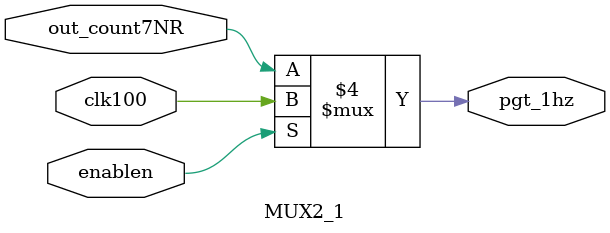
<source format=v>

module MUX2_1(
    input out_count7NR, clk100, enablen,
    output reg pgt_1hz
);
    always @(*) begin
        if (!enablen)
            pgt_1hz = out_count7NR;
        else
            pgt_1hz = clk100;
    end
    
endmodule
</source>
